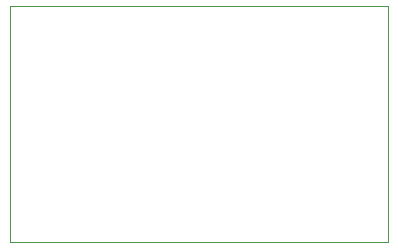
<source format=gbr>
%TF.GenerationSoftware,KiCad,Pcbnew,7.0.7*%
%TF.CreationDate,2023-10-14T22:56:05-05:00*%
%TF.ProjectId,USB-CV1,5553422d-4356-4312-9e6b-696361645f70,rev?*%
%TF.SameCoordinates,Original*%
%TF.FileFunction,Profile,NP*%
%FSLAX46Y46*%
G04 Gerber Fmt 4.6, Leading zero omitted, Abs format (unit mm)*
G04 Created by KiCad (PCBNEW 7.0.7) date 2023-10-14 22:56:05*
%MOMM*%
%LPD*%
G01*
G04 APERTURE LIST*
%TA.AperFunction,Profile*%
%ADD10C,0.100000*%
%TD*%
G04 APERTURE END LIST*
D10*
X110000000Y-70000000D02*
X142000000Y-70000000D01*
X142000000Y-90000000D01*
X110000000Y-90000000D01*
X110000000Y-70000000D01*
M02*

</source>
